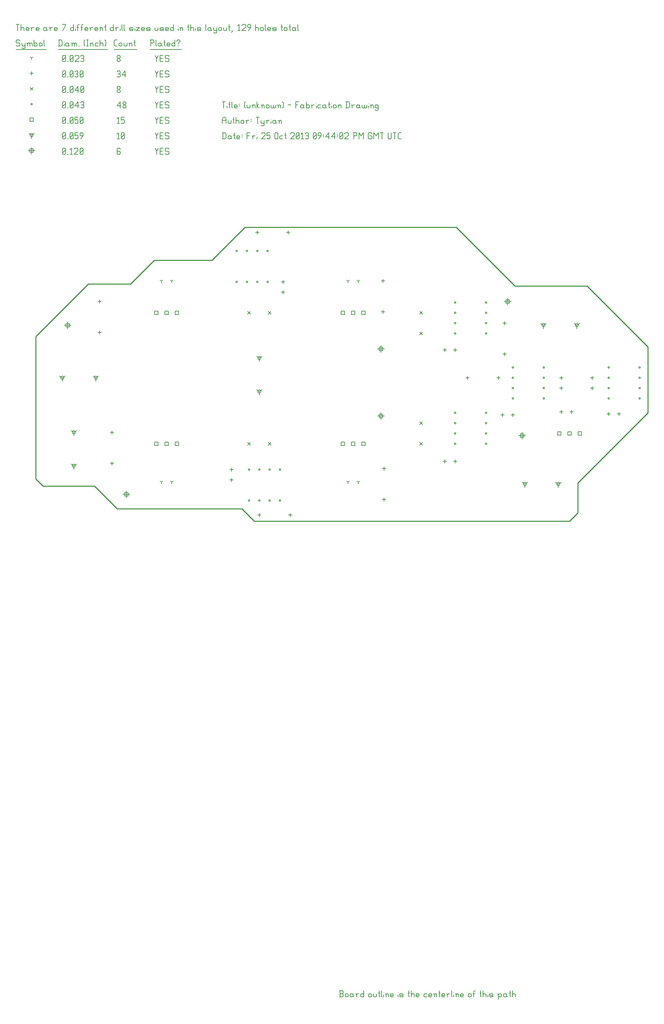
<source format=gbr>
G04 start of page 9 for group -3984 idx -3984 *
G04 Title: (unknown), fab *
G04 Creator: pcb 20110918 *
G04 CreationDate: Fri 25 Oct 2013 09:44:02 PM GMT UTC *
G04 For: tyrian *
G04 Format: Gerber/RS-274X *
G04 PCB-Dimensions: 800000 800000 *
G04 PCB-Coordinate-Origin: lower left *
%MOIN*%
%FSLAX25Y25*%
%LNFAB*%
%ADD70C,0.0100*%
%ADD69C,0.0075*%
%ADD68C,0.0060*%
%ADD67C,0.0080*%
G54D67*X354000Y622200D02*Y615800D01*
X350800Y619000D02*X357200D01*
X352400Y620600D02*X355600D01*
X352400D02*Y617400D01*
X355600D01*
Y620600D02*Y617400D01*
X354000Y557200D02*Y550800D01*
X350800Y554000D02*X357200D01*
X352400Y555600D02*X355600D01*
X352400D02*Y552400D01*
X355600D01*
Y555600D02*Y552400D01*
X477000Y668200D02*Y661800D01*
X473800Y665000D02*X480200D01*
X475400Y666600D02*X478600D01*
X475400D02*Y663400D01*
X478600D01*
Y666600D02*Y663400D01*
X491000Y538200D02*Y531800D01*
X487800Y535000D02*X494200D01*
X489400Y536600D02*X492600D01*
X489400D02*Y533400D01*
X492600D01*
Y536600D02*Y533400D01*
X50000Y645200D02*Y638800D01*
X46800Y642000D02*X53200D01*
X48400Y643600D02*X51600D01*
X48400D02*Y640400D01*
X51600D01*
Y643600D02*Y640400D01*
X107000Y481200D02*Y474800D01*
X103800Y478000D02*X110200D01*
X105400Y479600D02*X108600D01*
X105400D02*Y476400D01*
X108600D01*
Y479600D02*Y476400D01*
X15000Y814450D02*Y808050D01*
X11800Y811250D02*X18200D01*
X13400Y812850D02*X16600D01*
X13400D02*Y809650D01*
X16600D01*
Y812850D02*Y809650D01*
G54D68*X135000Y813500D02*X136500Y810500D01*
X138000Y813500D01*
X136500Y810500D02*Y807500D01*
X139800Y810800D02*X142050D01*
X139800Y807500D02*X142800D01*
X139800Y813500D02*Y807500D01*
Y813500D02*X142800D01*
X147600D02*X148350Y812750D01*
X145350Y813500D02*X147600D01*
X144600Y812750D02*X145350Y813500D01*
X144600Y812750D02*Y811250D01*
X145350Y810500D01*
X147600D01*
X148350Y809750D01*
Y808250D01*
X147600Y807500D02*X148350Y808250D01*
X145350Y807500D02*X147600D01*
X144600Y808250D02*X145350Y807500D01*
X100250Y813500D02*X101000Y812750D01*
X98750Y813500D02*X100250D01*
X98000Y812750D02*X98750Y813500D01*
X98000Y812750D02*Y808250D01*
X98750Y807500D01*
X100250Y810800D02*X101000Y810050D01*
X98000Y810800D02*X100250D01*
X98750Y807500D02*X100250D01*
X101000Y808250D01*
Y810050D02*Y808250D01*
X45000D02*X45750Y807500D01*
X45000Y812750D02*Y808250D01*
Y812750D02*X45750Y813500D01*
X47250D01*
X48000Y812750D01*
Y808250D01*
X47250Y807500D02*X48000Y808250D01*
X45750Y807500D02*X47250D01*
X45000Y809000D02*X48000Y812000D01*
X49800Y807500D02*X50550D01*
X52350Y812300D02*X53550Y813500D01*
Y807500D01*
X52350D02*X54600D01*
X56400Y812750D02*X57150Y813500D01*
X59400D01*
X60150Y812750D01*
Y811250D01*
X56400Y807500D02*X60150Y811250D01*
X56400Y807500D02*X60150D01*
X61950Y808250D02*X62700Y807500D01*
X61950Y812750D02*Y808250D01*
Y812750D02*X62700Y813500D01*
X64200D01*
X64950Y812750D01*
Y808250D01*
X64200Y807500D02*X64950Y808250D01*
X62700Y807500D02*X64200D01*
X61950Y809000D02*X64950Y812000D01*
X544142Y642000D02*Y638800D01*
Y642000D02*X546915Y643600D01*
X544142Y642000D02*X541369Y643600D01*
X542542Y642000D02*G75*G03X545742Y642000I1600J0D01*G01*
G75*G03X542542Y642000I-1600J0D01*G01*
X511661D02*Y638800D01*
Y642000D02*X514434Y643600D01*
X511661Y642000D02*X508888Y643600D01*
X510061Y642000D02*G75*G03X513261Y642000I1600J0D01*G01*
G75*G03X510061Y642000I-1600J0D01*G01*
X526142Y488000D02*Y484800D01*
Y488000D02*X528915Y489600D01*
X526142Y488000D02*X523369Y489600D01*
X524542Y488000D02*G75*G03X527742Y488000I1600J0D01*G01*
G75*G03X524542Y488000I-1600J0D01*G01*
X493661D02*Y484800D01*
Y488000D02*X496434Y489600D01*
X493661Y488000D02*X490888Y489600D01*
X492061Y488000D02*G75*G03X495261Y488000I1600J0D01*G01*
G75*G03X492061Y488000I-1600J0D01*G01*
X236000Y610142D02*Y606942D01*
Y610142D02*X238773Y611742D01*
X236000Y610142D02*X233227Y611742D01*
X234400Y610142D02*G75*G03X237600Y610142I1600J0D01*G01*
G75*G03X234400Y610142I-1600J0D01*G01*
X236000Y577661D02*Y574461D01*
Y577661D02*X238773Y579261D01*
X236000Y577661D02*X233227Y579261D01*
X234400Y577661D02*G75*G03X237600Y577661I1600J0D01*G01*
G75*G03X234400Y577661I-1600J0D01*G01*
X44858Y591000D02*Y587800D01*
Y591000D02*X47631Y592600D01*
X44858Y591000D02*X42085Y592600D01*
X43258Y591000D02*G75*G03X46458Y591000I1600J0D01*G01*
G75*G03X43258Y591000I-1600J0D01*G01*
X77339D02*Y587800D01*
Y591000D02*X80112Y592600D01*
X77339Y591000D02*X74566Y592600D01*
X75739Y591000D02*G75*G03X78939Y591000I1600J0D01*G01*
G75*G03X75739Y591000I-1600J0D01*G01*
X56000Y538142D02*Y534942D01*
Y538142D02*X58773Y539742D01*
X56000Y538142D02*X53227Y539742D01*
X54400Y538142D02*G75*G03X57600Y538142I1600J0D01*G01*
G75*G03X54400Y538142I-1600J0D01*G01*
X56000Y505661D02*Y502461D01*
Y505661D02*X58773Y507261D01*
X56000Y505661D02*X53227Y507261D01*
X54400Y505661D02*G75*G03X57600Y505661I1600J0D01*G01*
G75*G03X54400Y505661I-1600J0D01*G01*
X15000Y826250D02*Y823050D01*
Y826250D02*X17773Y827850D01*
X15000Y826250D02*X12227Y827850D01*
X13400Y826250D02*G75*G03X16600Y826250I1600J0D01*G01*
G75*G03X13400Y826250I-1600J0D01*G01*
X135000Y828500D02*X136500Y825500D01*
X138000Y828500D01*
X136500Y825500D02*Y822500D01*
X139800Y825800D02*X142050D01*
X139800Y822500D02*X142800D01*
X139800Y828500D02*Y822500D01*
Y828500D02*X142800D01*
X147600D02*X148350Y827750D01*
X145350Y828500D02*X147600D01*
X144600Y827750D02*X145350Y828500D01*
X144600Y827750D02*Y826250D01*
X145350Y825500D01*
X147600D01*
X148350Y824750D01*
Y823250D01*
X147600Y822500D02*X148350Y823250D01*
X145350Y822500D02*X147600D01*
X144600Y823250D02*X145350Y822500D01*
X98000Y827300D02*X99200Y828500D01*
Y822500D01*
X98000D02*X100250D01*
X102050Y823250D02*X102800Y822500D01*
X102050Y827750D02*Y823250D01*
Y827750D02*X102800Y828500D01*
X104300D01*
X105050Y827750D01*
Y823250D01*
X104300Y822500D02*X105050Y823250D01*
X102800Y822500D02*X104300D01*
X102050Y824000D02*X105050Y827000D01*
X45000Y823250D02*X45750Y822500D01*
X45000Y827750D02*Y823250D01*
Y827750D02*X45750Y828500D01*
X47250D01*
X48000Y827750D01*
Y823250D01*
X47250Y822500D02*X48000Y823250D01*
X45750Y822500D02*X47250D01*
X45000Y824000D02*X48000Y827000D01*
X49800Y822500D02*X50550D01*
X52350Y823250D02*X53100Y822500D01*
X52350Y827750D02*Y823250D01*
Y827750D02*X53100Y828500D01*
X54600D01*
X55350Y827750D01*
Y823250D01*
X54600Y822500D02*X55350Y823250D01*
X53100Y822500D02*X54600D01*
X52350Y824000D02*X55350Y827000D01*
X57150Y828500D02*X60150D01*
X57150D02*Y825500D01*
X57900Y826250D01*
X59400D01*
X60150Y825500D01*
Y823250D01*
X59400Y822500D02*X60150Y823250D01*
X57900Y822500D02*X59400D01*
X57150Y823250D02*X57900Y822500D01*
X62700D02*X64950Y825500D01*
Y827750D02*Y825500D01*
X64200Y828500D02*X64950Y827750D01*
X62700Y828500D02*X64200D01*
X61950Y827750D02*X62700Y828500D01*
X61950Y827750D02*Y826250D01*
X62700Y825500D01*
X64950D01*
X545400Y538600D02*X548600D01*
X545400D02*Y535400D01*
X548600D01*
Y538600D02*Y535400D01*
X535400Y538600D02*X538600D01*
X535400D02*Y535400D01*
X538600D01*
Y538600D02*Y535400D01*
X525400Y538600D02*X528600D01*
X525400D02*Y535400D01*
X528600D01*
Y538600D02*Y535400D01*
X335400Y528600D02*X338600D01*
X335400D02*Y525400D01*
X338600D01*
Y528600D02*Y525400D01*
X325400Y528600D02*X328600D01*
X325400D02*Y525400D01*
X328600D01*
Y528600D02*Y525400D01*
X315400Y528600D02*X318600D01*
X315400D02*Y525400D01*
X318600D01*
Y528600D02*Y525400D01*
X154400Y528600D02*X157600D01*
X154400D02*Y525400D01*
X157600D01*
Y528600D02*Y525400D01*
X144400Y528600D02*X147600D01*
X144400D02*Y525400D01*
X147600D01*
Y528600D02*Y525400D01*
X134400Y528600D02*X137600D01*
X134400D02*Y525400D01*
X137600D01*
Y528600D02*Y525400D01*
X154400Y655600D02*X157600D01*
X154400D02*Y652400D01*
X157600D01*
Y655600D02*Y652400D01*
X144400Y655600D02*X147600D01*
X144400D02*Y652400D01*
X147600D01*
Y655600D02*Y652400D01*
X134400Y655600D02*X137600D01*
X134400D02*Y652400D01*
X137600D01*
Y655600D02*Y652400D01*
X335400Y655600D02*X338600D01*
X335400D02*Y652400D01*
X338600D01*
Y655600D02*Y652400D01*
X325400Y655600D02*X328600D01*
X325400D02*Y652400D01*
X328600D01*
Y655600D02*Y652400D01*
X315400Y655600D02*X318600D01*
X315400D02*Y652400D01*
X318600D01*
Y655600D02*Y652400D01*
X13400Y842850D02*X16600D01*
X13400D02*Y839650D01*
X16600D01*
Y842850D02*Y839650D01*
X135000Y843500D02*X136500Y840500D01*
X138000Y843500D01*
X136500Y840500D02*Y837500D01*
X139800Y840800D02*X142050D01*
X139800Y837500D02*X142800D01*
X139800Y843500D02*Y837500D01*
Y843500D02*X142800D01*
X147600D02*X148350Y842750D01*
X145350Y843500D02*X147600D01*
X144600Y842750D02*X145350Y843500D01*
X144600Y842750D02*Y841250D01*
X145350Y840500D01*
X147600D01*
X148350Y839750D01*
Y838250D01*
X147600Y837500D02*X148350Y838250D01*
X145350Y837500D02*X147600D01*
X144600Y838250D02*X145350Y837500D01*
X98000Y842300D02*X99200Y843500D01*
Y837500D01*
X98000D02*X100250D01*
X102050Y843500D02*X105050D01*
X102050D02*Y840500D01*
X102800Y841250D01*
X104300D01*
X105050Y840500D01*
Y838250D01*
X104300Y837500D02*X105050Y838250D01*
X102800Y837500D02*X104300D01*
X102050Y838250D02*X102800Y837500D01*
X45000Y838250D02*X45750Y837500D01*
X45000Y842750D02*Y838250D01*
Y842750D02*X45750Y843500D01*
X47250D01*
X48000Y842750D01*
Y838250D01*
X47250Y837500D02*X48000Y838250D01*
X45750Y837500D02*X47250D01*
X45000Y839000D02*X48000Y842000D01*
X49800Y837500D02*X50550D01*
X52350Y838250D02*X53100Y837500D01*
X52350Y842750D02*Y838250D01*
Y842750D02*X53100Y843500D01*
X54600D01*
X55350Y842750D01*
Y838250D01*
X54600Y837500D02*X55350Y838250D01*
X53100Y837500D02*X54600D01*
X52350Y839000D02*X55350Y842000D01*
X57150Y843500D02*X60150D01*
X57150D02*Y840500D01*
X57900Y841250D01*
X59400D01*
X60150Y840500D01*
Y838250D01*
X59400Y837500D02*X60150Y838250D01*
X57900Y837500D02*X59400D01*
X57150Y838250D02*X57900Y837500D01*
X61950Y838250D02*X62700Y837500D01*
X61950Y842750D02*Y838250D01*
Y842750D02*X62700Y843500D01*
X64200D01*
X64950Y842750D01*
Y838250D01*
X64200Y837500D02*X64950Y838250D01*
X62700Y837500D02*X64200D01*
X61950Y839000D02*X64950Y842000D01*
X604200Y571000D02*G75*G03X605800Y571000I800J0D01*G01*
G75*G03X604200Y571000I-800J0D01*G01*
Y581000D02*G75*G03X605800Y581000I800J0D01*G01*
G75*G03X604200Y581000I-800J0D01*G01*
Y591000D02*G75*G03X605800Y591000I800J0D01*G01*
G75*G03X604200Y591000I-800J0D01*G01*
Y601000D02*G75*G03X605800Y601000I800J0D01*G01*
G75*G03X604200Y601000I-800J0D01*G01*
X574200D02*G75*G03X575800Y601000I800J0D01*G01*
G75*G03X574200Y601000I-800J0D01*G01*
Y591000D02*G75*G03X575800Y591000I800J0D01*G01*
G75*G03X574200Y591000I-800J0D01*G01*
Y581000D02*G75*G03X575800Y581000I800J0D01*G01*
G75*G03X574200Y581000I-800J0D01*G01*
Y571000D02*G75*G03X575800Y571000I800J0D01*G01*
G75*G03X574200Y571000I-800J0D01*G01*
X455200Y527000D02*G75*G03X456800Y527000I800J0D01*G01*
G75*G03X455200Y527000I-800J0D01*G01*
Y537000D02*G75*G03X456800Y537000I800J0D01*G01*
G75*G03X455200Y537000I-800J0D01*G01*
Y547000D02*G75*G03X456800Y547000I800J0D01*G01*
G75*G03X455200Y547000I-800J0D01*G01*
Y557000D02*G75*G03X456800Y557000I800J0D01*G01*
G75*G03X455200Y557000I-800J0D01*G01*
X425200D02*G75*G03X426800Y557000I800J0D01*G01*
G75*G03X425200Y557000I-800J0D01*G01*
Y547000D02*G75*G03X426800Y547000I800J0D01*G01*
G75*G03X425200Y547000I-800J0D01*G01*
Y537000D02*G75*G03X426800Y537000I800J0D01*G01*
G75*G03X425200Y537000I-800J0D01*G01*
Y527000D02*G75*G03X426800Y527000I800J0D01*G01*
G75*G03X425200Y527000I-800J0D01*G01*
X455200Y634000D02*G75*G03X456800Y634000I800J0D01*G01*
G75*G03X455200Y634000I-800J0D01*G01*
Y644000D02*G75*G03X456800Y644000I800J0D01*G01*
G75*G03X455200Y644000I-800J0D01*G01*
Y654000D02*G75*G03X456800Y654000I800J0D01*G01*
G75*G03X455200Y654000I-800J0D01*G01*
Y664000D02*G75*G03X456800Y664000I800J0D01*G01*
G75*G03X455200Y664000I-800J0D01*G01*
X425200D02*G75*G03X426800Y664000I800J0D01*G01*
G75*G03X425200Y664000I-800J0D01*G01*
Y654000D02*G75*G03X426800Y654000I800J0D01*G01*
G75*G03X425200Y654000I-800J0D01*G01*
Y644000D02*G75*G03X426800Y644000I800J0D01*G01*
G75*G03X425200Y644000I-800J0D01*G01*
Y634000D02*G75*G03X426800Y634000I800J0D01*G01*
G75*G03X425200Y634000I-800J0D01*G01*
X243200Y714000D02*G75*G03X244800Y714000I800J0D01*G01*
G75*G03X243200Y714000I-800J0D01*G01*
X233200D02*G75*G03X234800Y714000I800J0D01*G01*
G75*G03X233200Y714000I-800J0D01*G01*
X223200D02*G75*G03X224800Y714000I800J0D01*G01*
G75*G03X223200Y714000I-800J0D01*G01*
X213200D02*G75*G03X214800Y714000I800J0D01*G01*
G75*G03X213200Y714000I-800J0D01*G01*
Y684000D02*G75*G03X214800Y684000I800J0D01*G01*
G75*G03X213200Y684000I-800J0D01*G01*
X223200D02*G75*G03X224800Y684000I800J0D01*G01*
G75*G03X223200Y684000I-800J0D01*G01*
X233200D02*G75*G03X234800Y684000I800J0D01*G01*
G75*G03X233200Y684000I-800J0D01*G01*
X243200D02*G75*G03X244800Y684000I800J0D01*G01*
G75*G03X243200Y684000I-800J0D01*G01*
X511200Y571000D02*G75*G03X512800Y571000I800J0D01*G01*
G75*G03X511200Y571000I-800J0D01*G01*
Y581000D02*G75*G03X512800Y581000I800J0D01*G01*
G75*G03X511200Y581000I-800J0D01*G01*
Y591000D02*G75*G03X512800Y591000I800J0D01*G01*
G75*G03X511200Y591000I-800J0D01*G01*
Y601000D02*G75*G03X512800Y601000I800J0D01*G01*
G75*G03X511200Y601000I-800J0D01*G01*
X481200D02*G75*G03X482800Y601000I800J0D01*G01*
G75*G03X481200Y601000I-800J0D01*G01*
Y591000D02*G75*G03X482800Y591000I800J0D01*G01*
G75*G03X481200Y591000I-800J0D01*G01*
Y581000D02*G75*G03X482800Y581000I800J0D01*G01*
G75*G03X481200Y581000I-800J0D01*G01*
Y571000D02*G75*G03X482800Y571000I800J0D01*G01*
G75*G03X481200Y571000I-800J0D01*G01*
X225200Y472000D02*G75*G03X226800Y472000I800J0D01*G01*
G75*G03X225200Y472000I-800J0D01*G01*
X235200D02*G75*G03X236800Y472000I800J0D01*G01*
G75*G03X235200Y472000I-800J0D01*G01*
X245200D02*G75*G03X246800Y472000I800J0D01*G01*
G75*G03X245200Y472000I-800J0D01*G01*
X255200D02*G75*G03X256800Y472000I800J0D01*G01*
G75*G03X255200Y472000I-800J0D01*G01*
Y502000D02*G75*G03X256800Y502000I800J0D01*G01*
G75*G03X255200Y502000I-800J0D01*G01*
X245200D02*G75*G03X246800Y502000I800J0D01*G01*
G75*G03X245200Y502000I-800J0D01*G01*
X235200D02*G75*G03X236800Y502000I800J0D01*G01*
G75*G03X235200Y502000I-800J0D01*G01*
X225200D02*G75*G03X226800Y502000I800J0D01*G01*
G75*G03X225200Y502000I-800J0D01*G01*
X14200Y856250D02*G75*G03X15800Y856250I800J0D01*G01*
G75*G03X14200Y856250I-800J0D01*G01*
X135000Y858500D02*X136500Y855500D01*
X138000Y858500D01*
X136500Y855500D02*Y852500D01*
X139800Y855800D02*X142050D01*
X139800Y852500D02*X142800D01*
X139800Y858500D02*Y852500D01*
Y858500D02*X142800D01*
X147600D02*X148350Y857750D01*
X145350Y858500D02*X147600D01*
X144600Y857750D02*X145350Y858500D01*
X144600Y857750D02*Y856250D01*
X145350Y855500D01*
X147600D01*
X148350Y854750D01*
Y853250D01*
X147600Y852500D02*X148350Y853250D01*
X145350Y852500D02*X147600D01*
X144600Y853250D02*X145350Y852500D01*
X98000Y854750D02*X101000Y858500D01*
X98000Y854750D02*X101750D01*
X101000Y858500D02*Y852500D01*
X103550Y853250D02*X104300Y852500D01*
X103550Y854450D02*Y853250D01*
Y854450D02*X104600Y855500D01*
X105500D01*
X106550Y854450D01*
Y853250D01*
X105800Y852500D02*X106550Y853250D01*
X104300Y852500D02*X105800D01*
X103550Y856550D02*X104600Y855500D01*
X103550Y857750D02*Y856550D01*
Y857750D02*X104300Y858500D01*
X105800D01*
X106550Y857750D01*
Y856550D01*
X105500Y855500D02*X106550Y856550D01*
X45000Y853250D02*X45750Y852500D01*
X45000Y857750D02*Y853250D01*
Y857750D02*X45750Y858500D01*
X47250D01*
X48000Y857750D01*
Y853250D01*
X47250Y852500D02*X48000Y853250D01*
X45750Y852500D02*X47250D01*
X45000Y854000D02*X48000Y857000D01*
X49800Y852500D02*X50550D01*
X52350Y853250D02*X53100Y852500D01*
X52350Y857750D02*Y853250D01*
Y857750D02*X53100Y858500D01*
X54600D01*
X55350Y857750D01*
Y853250D01*
X54600Y852500D02*X55350Y853250D01*
X53100Y852500D02*X54600D01*
X52350Y854000D02*X55350Y857000D01*
X57150Y854750D02*X60150Y858500D01*
X57150Y854750D02*X60900D01*
X60150Y858500D02*Y852500D01*
X62700Y857750D02*X63450Y858500D01*
X64950D01*
X65700Y857750D01*
X64950Y852500D02*X65700Y853250D01*
X63450Y852500D02*X64950D01*
X62700Y853250D02*X63450Y852500D01*
Y855800D02*X64950D01*
X65700Y857750D02*Y856550D01*
Y855050D02*Y853250D01*
Y855050D02*X64950Y855800D01*
X65700Y856550D02*X64950Y855800D01*
X224800Y655200D02*X227200Y652800D01*
X224800D02*X227200Y655200D01*
X244800D02*X247200Y652800D01*
X244800D02*X247200Y655200D01*
X391800Y548200D02*X394200Y545800D01*
X391800D02*X394200Y548200D01*
X391800Y528200D02*X394200Y525800D01*
X391800D02*X394200Y528200D01*
X391800Y655200D02*X394200Y652800D01*
X391800D02*X394200Y655200D01*
X391800Y635200D02*X394200Y632800D01*
X391800D02*X394200Y635200D01*
X244800Y528200D02*X247200Y525800D01*
X244800D02*X247200Y528200D01*
X224800D02*X227200Y525800D01*
X224800D02*X227200Y528200D01*
X13800Y872450D02*X16200Y870050D01*
X13800D02*X16200Y872450D01*
X135000Y873500D02*X136500Y870500D01*
X138000Y873500D01*
X136500Y870500D02*Y867500D01*
X139800Y870800D02*X142050D01*
X139800Y867500D02*X142800D01*
X139800Y873500D02*Y867500D01*
Y873500D02*X142800D01*
X147600D02*X148350Y872750D01*
X145350Y873500D02*X147600D01*
X144600Y872750D02*X145350Y873500D01*
X144600Y872750D02*Y871250D01*
X145350Y870500D01*
X147600D01*
X148350Y869750D01*
Y868250D01*
X147600Y867500D02*X148350Y868250D01*
X145350Y867500D02*X147600D01*
X144600Y868250D02*X145350Y867500D01*
X98000Y868250D02*X98750Y867500D01*
X98000Y869450D02*Y868250D01*
Y869450D02*X99050Y870500D01*
X99950D01*
X101000Y869450D01*
Y868250D01*
X100250Y867500D02*X101000Y868250D01*
X98750Y867500D02*X100250D01*
X98000Y871550D02*X99050Y870500D01*
X98000Y872750D02*Y871550D01*
Y872750D02*X98750Y873500D01*
X100250D01*
X101000Y872750D01*
Y871550D01*
X99950Y870500D02*X101000Y871550D01*
X45000Y868250D02*X45750Y867500D01*
X45000Y872750D02*Y868250D01*
Y872750D02*X45750Y873500D01*
X47250D01*
X48000Y872750D01*
Y868250D01*
X47250Y867500D02*X48000Y868250D01*
X45750Y867500D02*X47250D01*
X45000Y869000D02*X48000Y872000D01*
X49800Y867500D02*X50550D01*
X52350Y868250D02*X53100Y867500D01*
X52350Y872750D02*Y868250D01*
Y872750D02*X53100Y873500D01*
X54600D01*
X55350Y872750D01*
Y868250D01*
X54600Y867500D02*X55350Y868250D01*
X53100Y867500D02*X54600D01*
X52350Y869000D02*X55350Y872000D01*
X57150Y869750D02*X60150Y873500D01*
X57150Y869750D02*X60900D01*
X60150Y873500D02*Y867500D01*
X62700Y868250D02*X63450Y867500D01*
X62700Y872750D02*Y868250D01*
Y872750D02*X63450Y873500D01*
X64950D01*
X65700Y872750D01*
Y868250D01*
X64950Y867500D02*X65700Y868250D01*
X63450Y867500D02*X64950D01*
X62700Y869000D02*X65700Y872000D01*
X356000Y686600D02*Y683400D01*
X354400Y685000D02*X357600D01*
X356000Y656600D02*Y653400D01*
X354400Y655000D02*X357600D01*
X93000Y509600D02*Y506400D01*
X91400Y508000D02*X94600D01*
X93000Y539600D02*Y536400D01*
X91400Y538000D02*X94600D01*
X81000Y666600D02*Y663400D01*
X79400Y665000D02*X82600D01*
X81000Y636600D02*Y633400D01*
X79400Y635000D02*X82600D01*
X357000Y474600D02*Y471400D01*
X355400Y473000D02*X358600D01*
X357000Y504600D02*Y501400D01*
X355400Y503000D02*X358600D01*
X259000Y675600D02*Y672400D01*
X257400Y674000D02*X260600D01*
X259000Y685600D02*Y682400D01*
X257400Y684000D02*X260600D01*
X416000Y619600D02*Y616400D01*
X414400Y618000D02*X417600D01*
X426000Y619600D02*Y616400D01*
X424400Y618000D02*X427600D01*
X416000Y511600D02*Y508400D01*
X414400Y510000D02*X417600D01*
X426000Y511600D02*Y508400D01*
X424400Y510000D02*X427600D01*
X209000Y493600D02*Y490400D01*
X207400Y492000D02*X210600D01*
X209000Y503600D02*Y500400D01*
X207400Y502000D02*X210600D01*
X438000Y592600D02*Y589400D01*
X436400Y591000D02*X439600D01*
X468000Y592600D02*Y589400D01*
X466400Y591000D02*X469600D01*
X474000Y645600D02*Y642400D01*
X472400Y644000D02*X475600D01*
X474000Y615600D02*Y612400D01*
X472400Y614000D02*X475600D01*
X234000Y733600D02*Y730400D01*
X232400Y732000D02*X235600D01*
X264000Y733600D02*Y730400D01*
X262400Y732000D02*X265600D01*
X575000Y557600D02*Y554400D01*
X573400Y556000D02*X576600D01*
X585000Y557600D02*Y554400D01*
X583400Y556000D02*X586600D01*
X482000Y556600D02*Y553400D01*
X480400Y555000D02*X483600D01*
X472000Y556600D02*Y553400D01*
X470400Y555000D02*X473600D01*
X529000Y582600D02*Y579400D01*
X527400Y581000D02*X530600D01*
X559000Y582600D02*Y579400D01*
X557400Y581000D02*X560600D01*
X529000Y592600D02*Y589400D01*
X527400Y591000D02*X530600D01*
X559000Y592600D02*Y589400D01*
X557400Y591000D02*X560600D01*
X236000Y459600D02*Y456400D01*
X234400Y458000D02*X237600D01*
X266000Y459600D02*Y456400D01*
X264400Y458000D02*X267600D01*
X539000Y559600D02*Y556400D01*
X537400Y558000D02*X540600D01*
X529000Y559600D02*Y556400D01*
X527400Y558000D02*X530600D01*
X15000Y887850D02*Y884650D01*
X13400Y886250D02*X16600D01*
X135000Y888500D02*X136500Y885500D01*
X138000Y888500D01*
X136500Y885500D02*Y882500D01*
X139800Y885800D02*X142050D01*
X139800Y882500D02*X142800D01*
X139800Y888500D02*Y882500D01*
Y888500D02*X142800D01*
X147600D02*X148350Y887750D01*
X145350Y888500D02*X147600D01*
X144600Y887750D02*X145350Y888500D01*
X144600Y887750D02*Y886250D01*
X145350Y885500D01*
X147600D01*
X148350Y884750D01*
Y883250D01*
X147600Y882500D02*X148350Y883250D01*
X145350Y882500D02*X147600D01*
X144600Y883250D02*X145350Y882500D01*
X98000Y887750D02*X98750Y888500D01*
X100250D01*
X101000Y887750D01*
X100250Y882500D02*X101000Y883250D01*
X98750Y882500D02*X100250D01*
X98000Y883250D02*X98750Y882500D01*
Y885800D02*X100250D01*
X101000Y887750D02*Y886550D01*
Y885050D02*Y883250D01*
Y885050D02*X100250Y885800D01*
X101000Y886550D02*X100250Y885800D01*
X102800Y884750D02*X105800Y888500D01*
X102800Y884750D02*X106550D01*
X105800Y888500D02*Y882500D01*
X45000Y883250D02*X45750Y882500D01*
X45000Y887750D02*Y883250D01*
Y887750D02*X45750Y888500D01*
X47250D01*
X48000Y887750D01*
Y883250D01*
X47250Y882500D02*X48000Y883250D01*
X45750Y882500D02*X47250D01*
X45000Y884000D02*X48000Y887000D01*
X49800Y882500D02*X50550D01*
X52350Y883250D02*X53100Y882500D01*
X52350Y887750D02*Y883250D01*
Y887750D02*X53100Y888500D01*
X54600D01*
X55350Y887750D01*
Y883250D01*
X54600Y882500D02*X55350Y883250D01*
X53100Y882500D02*X54600D01*
X52350Y884000D02*X55350Y887000D01*
X57150Y887750D02*X57900Y888500D01*
X59400D01*
X60150Y887750D01*
X59400Y882500D02*X60150Y883250D01*
X57900Y882500D02*X59400D01*
X57150Y883250D02*X57900Y882500D01*
Y885800D02*X59400D01*
X60150Y887750D02*Y886550D01*
Y885050D02*Y883250D01*
Y885050D02*X59400Y885800D01*
X60150Y886550D02*X59400Y885800D01*
X61950Y883250D02*X62700Y882500D01*
X61950Y887750D02*Y883250D01*
Y887750D02*X62700Y888500D01*
X64200D01*
X64950Y887750D01*
Y883250D01*
X64200Y882500D02*X64950Y883250D01*
X62700Y882500D02*X64200D01*
X61950Y884000D02*X64950Y887000D01*
X141000Y490000D02*Y488400D01*
Y490000D02*X142387Y490800D01*
X141000Y490000D02*X139613Y490800D01*
X151000Y490000D02*Y488400D01*
Y490000D02*X152387Y490800D01*
X151000Y490000D02*X149613Y490800D01*
X332000Y490000D02*Y488400D01*
Y490000D02*X333387Y490800D01*
X332000Y490000D02*X330613Y490800D01*
X322000Y490000D02*Y488400D01*
Y490000D02*X323387Y490800D01*
X322000Y490000D02*X320613Y490800D01*
X332000Y685000D02*Y683400D01*
Y685000D02*X333387Y685800D01*
X332000Y685000D02*X330613Y685800D01*
X322000Y685000D02*Y683400D01*
Y685000D02*X323387Y685800D01*
X322000Y685000D02*X320613Y685800D01*
X141000Y685000D02*Y683400D01*
Y685000D02*X142387Y685800D01*
X141000Y685000D02*X139613Y685800D01*
X151000Y685000D02*Y683400D01*
Y685000D02*X152387Y685800D01*
X151000Y685000D02*X149613Y685800D01*
X15000Y901250D02*Y899650D01*
Y901250D02*X16387Y902050D01*
X15000Y901250D02*X13613Y902050D01*
X135000Y903500D02*X136500Y900500D01*
X138000Y903500D01*
X136500Y900500D02*Y897500D01*
X139800Y900800D02*X142050D01*
X139800Y897500D02*X142800D01*
X139800Y903500D02*Y897500D01*
Y903500D02*X142800D01*
X147600D02*X148350Y902750D01*
X145350Y903500D02*X147600D01*
X144600Y902750D02*X145350Y903500D01*
X144600Y902750D02*Y901250D01*
X145350Y900500D01*
X147600D01*
X148350Y899750D01*
Y898250D01*
X147600Y897500D02*X148350Y898250D01*
X145350Y897500D02*X147600D01*
X144600Y898250D02*X145350Y897500D01*
X98000Y898250D02*X98750Y897500D01*
X98000Y899450D02*Y898250D01*
Y899450D02*X99050Y900500D01*
X99950D01*
X101000Y899450D01*
Y898250D01*
X100250Y897500D02*X101000Y898250D01*
X98750Y897500D02*X100250D01*
X98000Y901550D02*X99050Y900500D01*
X98000Y902750D02*Y901550D01*
Y902750D02*X98750Y903500D01*
X100250D01*
X101000Y902750D01*
Y901550D01*
X99950Y900500D02*X101000Y901550D01*
X45000Y898250D02*X45750Y897500D01*
X45000Y902750D02*Y898250D01*
Y902750D02*X45750Y903500D01*
X47250D01*
X48000Y902750D01*
Y898250D01*
X47250Y897500D02*X48000Y898250D01*
X45750Y897500D02*X47250D01*
X45000Y899000D02*X48000Y902000D01*
X49800Y897500D02*X50550D01*
X52350Y898250D02*X53100Y897500D01*
X52350Y902750D02*Y898250D01*
Y902750D02*X53100Y903500D01*
X54600D01*
X55350Y902750D01*
Y898250D01*
X54600Y897500D02*X55350Y898250D01*
X53100Y897500D02*X54600D01*
X52350Y899000D02*X55350Y902000D01*
X57150Y902750D02*X57900Y903500D01*
X60150D01*
X60900Y902750D01*
Y901250D01*
X57150Y897500D02*X60900Y901250D01*
X57150Y897500D02*X60900D01*
X62700Y902750D02*X63450Y903500D01*
X64950D01*
X65700Y902750D01*
X64950Y897500D02*X65700Y898250D01*
X63450Y897500D02*X64950D01*
X62700Y898250D02*X63450Y897500D01*
Y900800D02*X64950D01*
X65700Y902750D02*Y901550D01*
Y900050D02*Y898250D01*
Y900050D02*X64950Y900800D01*
X65700Y901550D02*X64950Y900800D01*
X3000Y918500D02*X3750Y917750D01*
X750Y918500D02*X3000D01*
X0Y917750D02*X750Y918500D01*
X0Y917750D02*Y916250D01*
X750Y915500D01*
X3000D01*
X3750Y914750D01*
Y913250D01*
X3000Y912500D02*X3750Y913250D01*
X750Y912500D02*X3000D01*
X0Y913250D02*X750Y912500D01*
X5550Y915500D02*Y913250D01*
X6300Y912500D01*
X8550Y915500D02*Y911000D01*
X7800Y910250D02*X8550Y911000D01*
X6300Y910250D02*X7800D01*
X5550Y911000D02*X6300Y910250D01*
Y912500D02*X7800D01*
X8550Y913250D01*
X11100Y914750D02*Y912500D01*
Y914750D02*X11850Y915500D01*
X12600D01*
X13350Y914750D01*
Y912500D01*
Y914750D02*X14100Y915500D01*
X14850D01*
X15600Y914750D01*
Y912500D01*
X10350Y915500D02*X11100Y914750D01*
X17400Y918500D02*Y912500D01*
Y913250D02*X18150Y912500D01*
X19650D01*
X20400Y913250D01*
Y914750D02*Y913250D01*
X19650Y915500D02*X20400Y914750D01*
X18150Y915500D02*X19650D01*
X17400Y914750D02*X18150Y915500D01*
X22200Y914750D02*Y913250D01*
Y914750D02*X22950Y915500D01*
X24450D01*
X25200Y914750D01*
Y913250D01*
X24450Y912500D02*X25200Y913250D01*
X22950Y912500D02*X24450D01*
X22200Y913250D02*X22950Y912500D01*
X27000Y918500D02*Y913250D01*
X27750Y912500D01*
X0Y909250D02*X29250D01*
X41750Y918500D02*Y912500D01*
X43700Y918500D02*X44750Y917450D01*
Y913550D01*
X43700Y912500D02*X44750Y913550D01*
X41000Y912500D02*X43700D01*
X41000Y918500D02*X43700D01*
G54D69*X46550Y917000D02*Y916850D01*
G54D68*Y914750D02*Y912500D01*
X50300Y915500D02*X51050Y914750D01*
X48800Y915500D02*X50300D01*
X48050Y914750D02*X48800Y915500D01*
X48050Y914750D02*Y913250D01*
X48800Y912500D01*
X51050Y915500D02*Y913250D01*
X51800Y912500D01*
X48800D02*X50300D01*
X51050Y913250D01*
X54350Y914750D02*Y912500D01*
Y914750D02*X55100Y915500D01*
X55850D01*
X56600Y914750D01*
Y912500D01*
Y914750D02*X57350Y915500D01*
X58100D01*
X58850Y914750D01*
Y912500D01*
X53600Y915500D02*X54350Y914750D01*
X60650Y912500D02*X61400D01*
X65900Y913250D02*X66650Y912500D01*
X65900Y917750D02*X66650Y918500D01*
X65900Y917750D02*Y913250D01*
X68450Y918500D02*X69950D01*
X69200D02*Y912500D01*
X68450D02*X69950D01*
X72500Y914750D02*Y912500D01*
Y914750D02*X73250Y915500D01*
X74000D01*
X74750Y914750D01*
Y912500D01*
X71750Y915500D02*X72500Y914750D01*
X77300Y915500D02*X79550D01*
X76550Y914750D02*X77300Y915500D01*
X76550Y914750D02*Y913250D01*
X77300Y912500D01*
X79550D01*
X81350Y918500D02*Y912500D01*
Y914750D02*X82100Y915500D01*
X83600D01*
X84350Y914750D01*
Y912500D01*
X86150Y918500D02*X86900Y917750D01*
Y913250D01*
X86150Y912500D02*X86900Y913250D01*
X41000Y909250D02*X88700D01*
X96050Y912500D02*X98000D01*
X95000Y913550D02*X96050Y912500D01*
X95000Y917450D02*Y913550D01*
Y917450D02*X96050Y918500D01*
X98000D01*
X99800Y914750D02*Y913250D01*
Y914750D02*X100550Y915500D01*
X102050D01*
X102800Y914750D01*
Y913250D01*
X102050Y912500D02*X102800Y913250D01*
X100550Y912500D02*X102050D01*
X99800Y913250D02*X100550Y912500D01*
X104600Y915500D02*Y913250D01*
X105350Y912500D01*
X106850D01*
X107600Y913250D01*
Y915500D02*Y913250D01*
X110150Y914750D02*Y912500D01*
Y914750D02*X110900Y915500D01*
X111650D01*
X112400Y914750D01*
Y912500D01*
X109400Y915500D02*X110150Y914750D01*
X114950Y918500D02*Y913250D01*
X115700Y912500D01*
X114200Y916250D02*X115700D01*
X95000Y909250D02*X117200D01*
X130750Y918500D02*Y912500D01*
X130000Y918500D02*X133000D01*
X133750Y917750D01*
Y916250D01*
X133000Y915500D02*X133750Y916250D01*
X130750Y915500D02*X133000D01*
X135550Y918500D02*Y913250D01*
X136300Y912500D01*
X140050Y915500D02*X140800Y914750D01*
X138550Y915500D02*X140050D01*
X137800Y914750D02*X138550Y915500D01*
X137800Y914750D02*Y913250D01*
X138550Y912500D01*
X140800Y915500D02*Y913250D01*
X141550Y912500D01*
X138550D02*X140050D01*
X140800Y913250D01*
X144100Y918500D02*Y913250D01*
X144850Y912500D01*
X143350Y916250D02*X144850D01*
X147100Y912500D02*X149350D01*
X146350Y913250D02*X147100Y912500D01*
X146350Y914750D02*Y913250D01*
Y914750D02*X147100Y915500D01*
X148600D01*
X149350Y914750D01*
X146350Y914000D02*X149350D01*
Y914750D02*Y914000D01*
X154150Y918500D02*Y912500D01*
X153400D02*X154150Y913250D01*
X151900Y912500D02*X153400D01*
X151150Y913250D02*X151900Y912500D01*
X151150Y914750D02*Y913250D01*
Y914750D02*X151900Y915500D01*
X153400D01*
X154150Y914750D01*
X157450Y915500D02*Y914750D01*
Y913250D02*Y912500D01*
X155950Y917750D02*Y917000D01*
Y917750D02*X156700Y918500D01*
X158200D01*
X158950Y917750D01*
Y917000D01*
X157450Y915500D02*X158950Y917000D01*
X130000Y909250D02*X160750D01*
X0Y933500D02*X3000D01*
X1500D02*Y927500D01*
X4800Y933500D02*Y927500D01*
Y929750D02*X5550Y930500D01*
X7050D01*
X7800Y929750D01*
Y927500D01*
X10350D02*X12600D01*
X9600Y928250D02*X10350Y927500D01*
X9600Y929750D02*Y928250D01*
Y929750D02*X10350Y930500D01*
X11850D01*
X12600Y929750D01*
X9600Y929000D02*X12600D01*
Y929750D02*Y929000D01*
X15150Y929750D02*Y927500D01*
Y929750D02*X15900Y930500D01*
X17400D01*
X14400D02*X15150Y929750D01*
X19950Y927500D02*X22200D01*
X19200Y928250D02*X19950Y927500D01*
X19200Y929750D02*Y928250D01*
Y929750D02*X19950Y930500D01*
X21450D01*
X22200Y929750D01*
X19200Y929000D02*X22200D01*
Y929750D02*Y929000D01*
X28950Y930500D02*X29700Y929750D01*
X27450Y930500D02*X28950D01*
X26700Y929750D02*X27450Y930500D01*
X26700Y929750D02*Y928250D01*
X27450Y927500D01*
X29700Y930500D02*Y928250D01*
X30450Y927500D01*
X27450D02*X28950D01*
X29700Y928250D01*
X33000Y929750D02*Y927500D01*
Y929750D02*X33750Y930500D01*
X35250D01*
X32250D02*X33000Y929750D01*
X37800Y927500D02*X40050D01*
X37050Y928250D02*X37800Y927500D01*
X37050Y929750D02*Y928250D01*
Y929750D02*X37800Y930500D01*
X39300D01*
X40050Y929750D01*
X37050Y929000D02*X40050D01*
Y929750D02*Y929000D01*
X45300Y927500D02*X48300Y933500D01*
X44550D02*X48300D01*
X55800D02*Y927500D01*
X55050D02*X55800Y928250D01*
X53550Y927500D02*X55050D01*
X52800Y928250D02*X53550Y927500D01*
X52800Y929750D02*Y928250D01*
Y929750D02*X53550Y930500D01*
X55050D01*
X55800Y929750D01*
G54D69*X57600Y932000D02*Y931850D01*
G54D68*Y929750D02*Y927500D01*
X59850Y932750D02*Y927500D01*
Y932750D02*X60600Y933500D01*
X61350D01*
X59100Y930500D02*X60600D01*
X63600Y932750D02*Y927500D01*
Y932750D02*X64350Y933500D01*
X65100D01*
X62850Y930500D02*X64350D01*
X67350Y927500D02*X69600D01*
X66600Y928250D02*X67350Y927500D01*
X66600Y929750D02*Y928250D01*
Y929750D02*X67350Y930500D01*
X68850D01*
X69600Y929750D01*
X66600Y929000D02*X69600D01*
Y929750D02*Y929000D01*
X72150Y929750D02*Y927500D01*
Y929750D02*X72900Y930500D01*
X74400D01*
X71400D02*X72150Y929750D01*
X76950Y927500D02*X79200D01*
X76200Y928250D02*X76950Y927500D01*
X76200Y929750D02*Y928250D01*
Y929750D02*X76950Y930500D01*
X78450D01*
X79200Y929750D01*
X76200Y929000D02*X79200D01*
Y929750D02*Y929000D01*
X81750Y929750D02*Y927500D01*
Y929750D02*X82500Y930500D01*
X83250D01*
X84000Y929750D01*
Y927500D01*
X81000Y930500D02*X81750Y929750D01*
X86550Y933500D02*Y928250D01*
X87300Y927500D01*
X85800Y931250D02*X87300D01*
X94500Y933500D02*Y927500D01*
X93750D02*X94500Y928250D01*
X92250Y927500D02*X93750D01*
X91500Y928250D02*X92250Y927500D01*
X91500Y929750D02*Y928250D01*
Y929750D02*X92250Y930500D01*
X93750D01*
X94500Y929750D01*
X97050D02*Y927500D01*
Y929750D02*X97800Y930500D01*
X99300D01*
X96300D02*X97050Y929750D01*
G54D69*X101100Y932000D02*Y931850D01*
G54D68*Y929750D02*Y927500D01*
X102600Y933500D02*Y928250D01*
X103350Y927500D01*
X104850Y933500D02*Y928250D01*
X105600Y927500D01*
X110550D02*X112800D01*
X113550Y928250D01*
X112800Y929000D02*X113550Y928250D01*
X110550Y929000D02*X112800D01*
X109800Y929750D02*X110550Y929000D01*
X109800Y929750D02*X110550Y930500D01*
X112800D01*
X113550Y929750D01*
X109800Y928250D02*X110550Y927500D01*
G54D69*X115350Y932000D02*Y931850D01*
G54D68*Y929750D02*Y927500D01*
X116850Y930500D02*X119850D01*
X116850Y927500D02*X119850Y930500D01*
X116850Y927500D02*X119850D01*
X122400D02*X124650D01*
X121650Y928250D02*X122400Y927500D01*
X121650Y929750D02*Y928250D01*
Y929750D02*X122400Y930500D01*
X123900D01*
X124650Y929750D01*
X121650Y929000D02*X124650D01*
Y929750D02*Y929000D01*
X127200Y927500D02*X129450D01*
X130200Y928250D01*
X129450Y929000D02*X130200Y928250D01*
X127200Y929000D02*X129450D01*
X126450Y929750D02*X127200Y929000D01*
X126450Y929750D02*X127200Y930500D01*
X129450D01*
X130200Y929750D01*
X126450Y928250D02*X127200Y927500D01*
X134700Y930500D02*Y928250D01*
X135450Y927500D01*
X136950D01*
X137700Y928250D01*
Y930500D02*Y928250D01*
X140250Y927500D02*X142500D01*
X143250Y928250D01*
X142500Y929000D02*X143250Y928250D01*
X140250Y929000D02*X142500D01*
X139500Y929750D02*X140250Y929000D01*
X139500Y929750D02*X140250Y930500D01*
X142500D01*
X143250Y929750D01*
X139500Y928250D02*X140250Y927500D01*
X145800D02*X148050D01*
X145050Y928250D02*X145800Y927500D01*
X145050Y929750D02*Y928250D01*
Y929750D02*X145800Y930500D01*
X147300D01*
X148050Y929750D01*
X145050Y929000D02*X148050D01*
Y929750D02*Y929000D01*
X152850Y933500D02*Y927500D01*
X152100D02*X152850Y928250D01*
X150600Y927500D02*X152100D01*
X149850Y928250D02*X150600Y927500D01*
X149850Y929750D02*Y928250D01*
Y929750D02*X150600Y930500D01*
X152100D01*
X152850Y929750D01*
G54D69*X157350Y932000D02*Y931850D01*
G54D68*Y929750D02*Y927500D01*
X159600Y929750D02*Y927500D01*
Y929750D02*X160350Y930500D01*
X161100D01*
X161850Y929750D01*
Y927500D01*
X158850Y930500D02*X159600Y929750D01*
X167100Y933500D02*Y928250D01*
X167850Y927500D01*
X166350Y931250D02*X167850D01*
X169350Y933500D02*Y927500D01*
Y929750D02*X170100Y930500D01*
X171600D01*
X172350Y929750D01*
Y927500D01*
G54D69*X174150Y932000D02*Y931850D01*
G54D68*Y929750D02*Y927500D01*
X176400D02*X178650D01*
X179400Y928250D01*
X178650Y929000D02*X179400Y928250D01*
X176400Y929000D02*X178650D01*
X175650Y929750D02*X176400Y929000D01*
X175650Y929750D02*X176400Y930500D01*
X178650D01*
X179400Y929750D01*
X175650Y928250D02*X176400Y927500D01*
X183900Y933500D02*Y928250D01*
X184650Y927500D01*
X188400Y930500D02*X189150Y929750D01*
X186900Y930500D02*X188400D01*
X186150Y929750D02*X186900Y930500D01*
X186150Y929750D02*Y928250D01*
X186900Y927500D01*
X189150Y930500D02*Y928250D01*
X189900Y927500D01*
X186900D02*X188400D01*
X189150Y928250D01*
X191700Y930500D02*Y928250D01*
X192450Y927500D01*
X194700Y930500D02*Y926000D01*
X193950Y925250D02*X194700Y926000D01*
X192450Y925250D02*X193950D01*
X191700Y926000D02*X192450Y925250D01*
Y927500D02*X193950D01*
X194700Y928250D01*
X196500Y929750D02*Y928250D01*
Y929750D02*X197250Y930500D01*
X198750D01*
X199500Y929750D01*
Y928250D01*
X198750Y927500D02*X199500Y928250D01*
X197250Y927500D02*X198750D01*
X196500Y928250D02*X197250Y927500D01*
X201300Y930500D02*Y928250D01*
X202050Y927500D01*
X203550D01*
X204300Y928250D01*
Y930500D02*Y928250D01*
X206850Y933500D02*Y928250D01*
X207600Y927500D01*
X206100Y931250D02*X207600D01*
X209100Y926000D02*X210600Y927500D01*
X215100Y932300D02*X216300Y933500D01*
Y927500D01*
X215100D02*X217350D01*
X219150Y932750D02*X219900Y933500D01*
X222150D01*
X222900Y932750D01*
Y931250D01*
X219150Y927500D02*X222900Y931250D01*
X219150Y927500D02*X222900D01*
X225450D02*X227700Y930500D01*
Y932750D02*Y930500D01*
X226950Y933500D02*X227700Y932750D01*
X225450Y933500D02*X226950D01*
X224700Y932750D02*X225450Y933500D01*
X224700Y932750D02*Y931250D01*
X225450Y930500D01*
X227700D01*
X232200Y933500D02*Y927500D01*
Y929750D02*X232950Y930500D01*
X234450D01*
X235200Y929750D01*
Y927500D01*
X237000Y929750D02*Y928250D01*
Y929750D02*X237750Y930500D01*
X239250D01*
X240000Y929750D01*
Y928250D01*
X239250Y927500D02*X240000Y928250D01*
X237750Y927500D02*X239250D01*
X237000Y928250D02*X237750Y927500D01*
X241800Y933500D02*Y928250D01*
X242550Y927500D01*
X244800D02*X247050D01*
X244050Y928250D02*X244800Y927500D01*
X244050Y929750D02*Y928250D01*
Y929750D02*X244800Y930500D01*
X246300D01*
X247050Y929750D01*
X244050Y929000D02*X247050D01*
Y929750D02*Y929000D01*
X249600Y927500D02*X251850D01*
X252600Y928250D01*
X251850Y929000D02*X252600Y928250D01*
X249600Y929000D02*X251850D01*
X248850Y929750D02*X249600Y929000D01*
X248850Y929750D02*X249600Y930500D01*
X251850D01*
X252600Y929750D01*
X248850Y928250D02*X249600Y927500D01*
X257850Y933500D02*Y928250D01*
X258600Y927500D01*
X257100Y931250D02*X258600D01*
X260100Y929750D02*Y928250D01*
Y929750D02*X260850Y930500D01*
X262350D01*
X263100Y929750D01*
Y928250D01*
X262350Y927500D02*X263100Y928250D01*
X260850Y927500D02*X262350D01*
X260100Y928250D02*X260850Y927500D01*
X265650Y933500D02*Y928250D01*
X266400Y927500D01*
X264900Y931250D02*X266400D01*
X270150Y930500D02*X270900Y929750D01*
X268650Y930500D02*X270150D01*
X267900Y929750D02*X268650Y930500D01*
X267900Y929750D02*Y928250D01*
X268650Y927500D01*
X270900Y930500D02*Y928250D01*
X271650Y927500D01*
X268650D02*X270150D01*
X270900Y928250D01*
X273450Y933500D02*Y928250D01*
X274200Y927500D01*
G54D70*X26000Y486000D02*X76000D01*
X98000Y464000D01*
X219000D01*
X231000Y452000D01*
X537000D01*
X545000Y460000D01*
Y489000D01*
X613000Y557000D01*
Y621000D01*
X269000Y737000D02*X222000D01*
X190000Y705000D01*
X134000D01*
X111000Y682000D01*
X70000D01*
X269000Y737000D02*X427000D01*
X476000Y688000D01*
X613000Y621000D02*X554000Y680000D01*
X484000D01*
X476000Y688000D01*
X26000Y486000D02*X19000Y493000D01*
Y631000D01*
X70000Y682000D02*X19000Y631000D01*
G54D68*X313675Y-9500D02*X316675D01*
X317425Y-8750D01*
Y-6950D02*Y-8750D01*
X316675Y-6200D02*X317425Y-6950D01*
X314425Y-6200D02*X316675D01*
X314425Y-3500D02*Y-9500D01*
X313675Y-3500D02*X316675D01*
X317425Y-4250D01*
Y-5450D01*
X316675Y-6200D02*X317425Y-5450D01*
X319225Y-7250D02*Y-8750D01*
Y-7250D02*X319975Y-6500D01*
X321475D01*
X322225Y-7250D01*
Y-8750D01*
X321475Y-9500D02*X322225Y-8750D01*
X319975Y-9500D02*X321475D01*
X319225Y-8750D02*X319975Y-9500D01*
X326275Y-6500D02*X327025Y-7250D01*
X324775Y-6500D02*X326275D01*
X324025Y-7250D02*X324775Y-6500D01*
X324025Y-7250D02*Y-8750D01*
X324775Y-9500D01*
X327025Y-6500D02*Y-8750D01*
X327775Y-9500D01*
X324775D02*X326275D01*
X327025Y-8750D01*
X330325Y-7250D02*Y-9500D01*
Y-7250D02*X331075Y-6500D01*
X332575D01*
X329575D02*X330325Y-7250D01*
X337375Y-3500D02*Y-9500D01*
X336625D02*X337375Y-8750D01*
X335125Y-9500D02*X336625D01*
X334375Y-8750D02*X335125Y-9500D01*
X334375Y-7250D02*Y-8750D01*
Y-7250D02*X335125Y-6500D01*
X336625D01*
X337375Y-7250D01*
X341875D02*Y-8750D01*
Y-7250D02*X342625Y-6500D01*
X344125D01*
X344875Y-7250D01*
Y-8750D01*
X344125Y-9500D02*X344875Y-8750D01*
X342625Y-9500D02*X344125D01*
X341875Y-8750D02*X342625Y-9500D01*
X346675Y-6500D02*Y-8750D01*
X347425Y-9500D01*
X348925D01*
X349675Y-8750D01*
Y-6500D02*Y-8750D01*
X352225Y-3500D02*Y-8750D01*
X352975Y-9500D01*
X351475Y-5750D02*X352975D01*
X354475Y-3500D02*Y-8750D01*
X355225Y-9500D01*
G54D69*X356725Y-5000D02*Y-5150D01*
G54D68*Y-7250D02*Y-9500D01*
X358975Y-7250D02*Y-9500D01*
Y-7250D02*X359725Y-6500D01*
X360475D01*
X361225Y-7250D01*
Y-9500D01*
X358225Y-6500D02*X358975Y-7250D01*
X363775Y-9500D02*X366025D01*
X363025Y-8750D02*X363775Y-9500D01*
X363025Y-7250D02*Y-8750D01*
Y-7250D02*X363775Y-6500D01*
X365275D01*
X366025Y-7250D01*
X363025Y-8000D02*X366025D01*
Y-7250D02*Y-8000D01*
G54D69*X370525Y-5000D02*Y-5150D01*
G54D68*Y-7250D02*Y-9500D01*
X372775D02*X375025D01*
X375775Y-8750D01*
X375025Y-8000D02*X375775Y-8750D01*
X372775Y-8000D02*X375025D01*
X372025Y-7250D02*X372775Y-8000D01*
X372025Y-7250D02*X372775Y-6500D01*
X375025D01*
X375775Y-7250D01*
X372025Y-8750D02*X372775Y-9500D01*
X381025Y-3500D02*Y-8750D01*
X381775Y-9500D01*
X380275Y-5750D02*X381775D01*
X383275Y-3500D02*Y-9500D01*
Y-7250D02*X384025Y-6500D01*
X385525D01*
X386275Y-7250D01*
Y-9500D01*
X388825D02*X391075D01*
X388075Y-8750D02*X388825Y-9500D01*
X388075Y-7250D02*Y-8750D01*
Y-7250D02*X388825Y-6500D01*
X390325D01*
X391075Y-7250D01*
X388075Y-8000D02*X391075D01*
Y-7250D02*Y-8000D01*
X396325Y-6500D02*X398575D01*
X395575Y-7250D02*X396325Y-6500D01*
X395575Y-7250D02*Y-8750D01*
X396325Y-9500D01*
X398575D01*
X401125D02*X403375D01*
X400375Y-8750D02*X401125Y-9500D01*
X400375Y-7250D02*Y-8750D01*
Y-7250D02*X401125Y-6500D01*
X402625D01*
X403375Y-7250D01*
X400375Y-8000D02*X403375D01*
Y-7250D02*Y-8000D01*
X405925Y-7250D02*Y-9500D01*
Y-7250D02*X406675Y-6500D01*
X407425D01*
X408175Y-7250D01*
Y-9500D01*
X405175Y-6500D02*X405925Y-7250D01*
X410725Y-3500D02*Y-8750D01*
X411475Y-9500D01*
X409975Y-5750D02*X411475D01*
X413725Y-9500D02*X415975D01*
X412975Y-8750D02*X413725Y-9500D01*
X412975Y-7250D02*Y-8750D01*
Y-7250D02*X413725Y-6500D01*
X415225D01*
X415975Y-7250D01*
X412975Y-8000D02*X415975D01*
Y-7250D02*Y-8000D01*
X418525Y-7250D02*Y-9500D01*
Y-7250D02*X419275Y-6500D01*
X420775D01*
X417775D02*X418525Y-7250D01*
X422575Y-3500D02*Y-8750D01*
X423325Y-9500D01*
G54D69*X424825Y-5000D02*Y-5150D01*
G54D68*Y-7250D02*Y-9500D01*
X427075Y-7250D02*Y-9500D01*
Y-7250D02*X427825Y-6500D01*
X428575D01*
X429325Y-7250D01*
Y-9500D01*
X426325Y-6500D02*X427075Y-7250D01*
X431875Y-9500D02*X434125D01*
X431125Y-8750D02*X431875Y-9500D01*
X431125Y-7250D02*Y-8750D01*
Y-7250D02*X431875Y-6500D01*
X433375D01*
X434125Y-7250D01*
X431125Y-8000D02*X434125D01*
Y-7250D02*Y-8000D01*
X438625Y-7250D02*Y-8750D01*
Y-7250D02*X439375Y-6500D01*
X440875D01*
X441625Y-7250D01*
Y-8750D01*
X440875Y-9500D02*X441625Y-8750D01*
X439375Y-9500D02*X440875D01*
X438625Y-8750D02*X439375Y-9500D01*
X444175Y-4250D02*Y-9500D01*
Y-4250D02*X444925Y-3500D01*
X445675D01*
X443425Y-6500D02*X444925D01*
X450625Y-3500D02*Y-8750D01*
X451375Y-9500D01*
X449875Y-5750D02*X451375D01*
X452875Y-3500D02*Y-9500D01*
Y-7250D02*X453625Y-6500D01*
X455125D01*
X455875Y-7250D01*
Y-9500D01*
G54D69*X457675Y-5000D02*Y-5150D01*
G54D68*Y-7250D02*Y-9500D01*
X459925D02*X462175D01*
X462925Y-8750D01*
X462175Y-8000D02*X462925Y-8750D01*
X459925Y-8000D02*X462175D01*
X459175Y-7250D02*X459925Y-8000D01*
X459175Y-7250D02*X459925Y-6500D01*
X462175D01*
X462925Y-7250D01*
X459175Y-8750D02*X459925Y-9500D01*
X468175Y-7250D02*Y-11750D01*
X467425Y-6500D02*X468175Y-7250D01*
X468925Y-6500D01*
X470425D01*
X471175Y-7250D01*
Y-8750D01*
X470425Y-9500D02*X471175Y-8750D01*
X468925Y-9500D02*X470425D01*
X468175Y-8750D02*X468925Y-9500D01*
X475225Y-6500D02*X475975Y-7250D01*
X473725Y-6500D02*X475225D01*
X472975Y-7250D02*X473725Y-6500D01*
X472975Y-7250D02*Y-8750D01*
X473725Y-9500D01*
X475975Y-6500D02*Y-8750D01*
X476725Y-9500D01*
X473725D02*X475225D01*
X475975Y-8750D01*
X479275Y-3500D02*Y-8750D01*
X480025Y-9500D01*
X478525Y-5750D02*X480025D01*
X481525Y-3500D02*Y-9500D01*
Y-7250D02*X482275Y-6500D01*
X483775D01*
X484525Y-7250D01*
Y-9500D01*
X200750Y828500D02*Y822500D01*
X202700Y828500D02*X203750Y827450D01*
Y823550D01*
X202700Y822500D02*X203750Y823550D01*
X200000Y822500D02*X202700D01*
X200000Y828500D02*X202700D01*
X207800Y825500D02*X208550Y824750D01*
X206300Y825500D02*X207800D01*
X205550Y824750D02*X206300Y825500D01*
X205550Y824750D02*Y823250D01*
X206300Y822500D01*
X208550Y825500D02*Y823250D01*
X209300Y822500D01*
X206300D02*X207800D01*
X208550Y823250D01*
X211850Y828500D02*Y823250D01*
X212600Y822500D01*
X211100Y826250D02*X212600D01*
X214850Y822500D02*X217100D01*
X214100Y823250D02*X214850Y822500D01*
X214100Y824750D02*Y823250D01*
Y824750D02*X214850Y825500D01*
X216350D01*
X217100Y824750D01*
X214100Y824000D02*X217100D01*
Y824750D02*Y824000D01*
X218900Y826250D02*X219650D01*
X218900Y824750D02*X219650D01*
X224150Y828500D02*Y822500D01*
Y828500D02*X227150D01*
X224150Y825800D02*X226400D01*
X229700Y824750D02*Y822500D01*
Y824750D02*X230450Y825500D01*
X231950D01*
X228950D02*X229700Y824750D01*
G54D69*X233750Y827000D02*Y826850D01*
G54D68*Y824750D02*Y822500D01*
X237950Y827750D02*X238700Y828500D01*
X240950D01*
X241700Y827750D01*
Y826250D01*
X237950Y822500D02*X241700Y826250D01*
X237950Y822500D02*X241700D01*
X243500Y828500D02*X246500D01*
X243500D02*Y825500D01*
X244250Y826250D01*
X245750D01*
X246500Y825500D01*
Y823250D01*
X245750Y822500D02*X246500Y823250D01*
X244250Y822500D02*X245750D01*
X243500Y823250D02*X244250Y822500D01*
X251000Y827750D02*Y823250D01*
Y827750D02*X251750Y828500D01*
X253250D01*
X254000Y827750D01*
Y823250D01*
X253250Y822500D02*X254000Y823250D01*
X251750Y822500D02*X253250D01*
X251000Y823250D02*X251750Y822500D01*
X256550Y825500D02*X258800D01*
X255800Y824750D02*X256550Y825500D01*
X255800Y824750D02*Y823250D01*
X256550Y822500D01*
X258800D01*
X261350Y828500D02*Y823250D01*
X262100Y822500D01*
X260600Y826250D02*X262100D01*
X266300Y827750D02*X267050Y828500D01*
X269300D01*
X270050Y827750D01*
Y826250D01*
X266300Y822500D02*X270050Y826250D01*
X266300Y822500D02*X270050D01*
X271850Y823250D02*X272600Y822500D01*
X271850Y827750D02*Y823250D01*
Y827750D02*X272600Y828500D01*
X274100D01*
X274850Y827750D01*
Y823250D01*
X274100Y822500D02*X274850Y823250D01*
X272600Y822500D02*X274100D01*
X271850Y824000D02*X274850Y827000D01*
X276650Y827300D02*X277850Y828500D01*
Y822500D01*
X276650D02*X278900D01*
X280700Y827750D02*X281450Y828500D01*
X282950D01*
X283700Y827750D01*
X282950Y822500D02*X283700Y823250D01*
X281450Y822500D02*X282950D01*
X280700Y823250D02*X281450Y822500D01*
Y825800D02*X282950D01*
X283700Y827750D02*Y826550D01*
Y825050D02*Y823250D01*
Y825050D02*X282950Y825800D01*
X283700Y826550D02*X282950Y825800D01*
X288200Y823250D02*X288950Y822500D01*
X288200Y827750D02*Y823250D01*
Y827750D02*X288950Y828500D01*
X290450D01*
X291200Y827750D01*
Y823250D01*
X290450Y822500D02*X291200Y823250D01*
X288950Y822500D02*X290450D01*
X288200Y824000D02*X291200Y827000D01*
X293750Y822500D02*X296000Y825500D01*
Y827750D02*Y825500D01*
X295250Y828500D02*X296000Y827750D01*
X293750Y828500D02*X295250D01*
X293000Y827750D02*X293750Y828500D01*
X293000Y827750D02*Y826250D01*
X293750Y825500D01*
X296000D01*
X297800Y826250D02*X298550D01*
X297800Y824750D02*X298550D01*
X300350D02*X303350Y828500D01*
X300350Y824750D02*X304100D01*
X303350Y828500D02*Y822500D01*
X305900Y824750D02*X308900Y828500D01*
X305900Y824750D02*X309650D01*
X308900Y828500D02*Y822500D01*
X311450Y826250D02*X312200D01*
X311450Y824750D02*X312200D01*
X314000Y823250D02*X314750Y822500D01*
X314000Y827750D02*Y823250D01*
Y827750D02*X314750Y828500D01*
X316250D01*
X317000Y827750D01*
Y823250D01*
X316250Y822500D02*X317000Y823250D01*
X314750Y822500D02*X316250D01*
X314000Y824000D02*X317000Y827000D01*
X318800Y827750D02*X319550Y828500D01*
X321800D01*
X322550Y827750D01*
Y826250D01*
X318800Y822500D02*X322550Y826250D01*
X318800Y822500D02*X322550D01*
X327800Y828500D02*Y822500D01*
X327050Y828500D02*X330050D01*
X330800Y827750D01*
Y826250D01*
X330050Y825500D02*X330800Y826250D01*
X327800Y825500D02*X330050D01*
X332600Y828500D02*Y822500D01*
Y828500D02*X334850Y825500D01*
X337100Y828500D01*
Y822500D01*
X344600Y828500D02*X345350Y827750D01*
X342350Y828500D02*X344600D01*
X341600Y827750D02*X342350Y828500D01*
X341600Y827750D02*Y823250D01*
X342350Y822500D01*
X344600D01*
X345350Y823250D01*
Y824750D02*Y823250D01*
X344600Y825500D02*X345350Y824750D01*
X343100Y825500D02*X344600D01*
X347150Y828500D02*Y822500D01*
Y828500D02*X349400Y825500D01*
X351650Y828500D01*
Y822500D01*
X353450Y828500D02*X356450D01*
X354950D02*Y822500D01*
X360950Y828500D02*Y823250D01*
X361700Y822500D01*
X363200D01*
X363950Y823250D01*
Y828500D02*Y823250D01*
X365750Y828500D02*X368750D01*
X367250D02*Y822500D01*
X371600D02*X373550D01*
X370550Y823550D02*X371600Y822500D01*
X370550Y827450D02*Y823550D01*
Y827450D02*X371600Y828500D01*
X373550D01*
X200000Y842000D02*Y837500D01*
Y842000D02*X201050Y843500D01*
X202700D01*
X203750Y842000D01*
Y837500D01*
X200000Y840500D02*X203750D01*
X205550D02*Y838250D01*
X206300Y837500D01*
X207800D01*
X208550Y838250D01*
Y840500D02*Y838250D01*
X211100Y843500D02*Y838250D01*
X211850Y837500D01*
X210350Y841250D02*X211850D01*
X213350Y843500D02*Y837500D01*
Y839750D02*X214100Y840500D01*
X215600D01*
X216350Y839750D01*
Y837500D01*
X218150Y839750D02*Y838250D01*
Y839750D02*X218900Y840500D01*
X220400D01*
X221150Y839750D01*
Y838250D01*
X220400Y837500D02*X221150Y838250D01*
X218900Y837500D02*X220400D01*
X218150Y838250D02*X218900Y837500D01*
X223700Y839750D02*Y837500D01*
Y839750D02*X224450Y840500D01*
X225950D01*
X222950D02*X223700Y839750D01*
X227750Y841250D02*X228500D01*
X227750Y839750D02*X228500D01*
X233000Y843500D02*X236000D01*
X234500D02*Y837500D01*
X237800Y840500D02*Y838250D01*
X238550Y837500D01*
X240800Y840500D02*Y836000D01*
X240050Y835250D02*X240800Y836000D01*
X238550Y835250D02*X240050D01*
X237800Y836000D02*X238550Y835250D01*
Y837500D02*X240050D01*
X240800Y838250D01*
X243350Y839750D02*Y837500D01*
Y839750D02*X244100Y840500D01*
X245600D01*
X242600D02*X243350Y839750D01*
G54D69*X247400Y842000D02*Y841850D01*
G54D68*Y839750D02*Y837500D01*
X251150Y840500D02*X251900Y839750D01*
X249650Y840500D02*X251150D01*
X248900Y839750D02*X249650Y840500D01*
X248900Y839750D02*Y838250D01*
X249650Y837500D01*
X251900Y840500D02*Y838250D01*
X252650Y837500D01*
X249650D02*X251150D01*
X251900Y838250D01*
X255200Y839750D02*Y837500D01*
Y839750D02*X255950Y840500D01*
X256700D01*
X257450Y839750D01*
Y837500D01*
X254450Y840500D02*X255200Y839750D01*
X200000Y858500D02*X203000D01*
X201500D02*Y852500D01*
G54D69*X204800Y857000D02*Y856850D01*
G54D68*Y854750D02*Y852500D01*
X207050Y858500D02*Y853250D01*
X207800Y852500D01*
X206300Y856250D02*X207800D01*
X209300Y858500D02*Y853250D01*
X210050Y852500D01*
X212300D02*X214550D01*
X211550Y853250D02*X212300Y852500D01*
X211550Y854750D02*Y853250D01*
Y854750D02*X212300Y855500D01*
X213800D01*
X214550Y854750D01*
X211550Y854000D02*X214550D01*
Y854750D02*Y854000D01*
X216350Y856250D02*X217100D01*
X216350Y854750D02*X217100D01*
X221600Y853250D02*X222350Y852500D01*
X221600Y857750D02*X222350Y858500D01*
X221600Y857750D02*Y853250D01*
X224150Y855500D02*Y853250D01*
X224900Y852500D01*
X226400D01*
X227150Y853250D01*
Y855500D02*Y853250D01*
X229700Y854750D02*Y852500D01*
Y854750D02*X230450Y855500D01*
X231200D01*
X231950Y854750D01*
Y852500D01*
X228950Y855500D02*X229700Y854750D01*
X233750Y858500D02*Y852500D01*
Y854750D02*X236000Y852500D01*
X233750Y854750D02*X235250Y856250D01*
X238550Y854750D02*Y852500D01*
Y854750D02*X239300Y855500D01*
X240050D01*
X240800Y854750D01*
Y852500D01*
X237800Y855500D02*X238550Y854750D01*
X242600D02*Y853250D01*
Y854750D02*X243350Y855500D01*
X244850D01*
X245600Y854750D01*
Y853250D01*
X244850Y852500D02*X245600Y853250D01*
X243350Y852500D02*X244850D01*
X242600Y853250D02*X243350Y852500D01*
X247400Y855500D02*Y853250D01*
X248150Y852500D01*
X248900D01*
X249650Y853250D01*
Y855500D02*Y853250D01*
X250400Y852500D01*
X251150D01*
X251900Y853250D01*
Y855500D02*Y853250D01*
X254450Y854750D02*Y852500D01*
Y854750D02*X255200Y855500D01*
X255950D01*
X256700Y854750D01*
Y852500D01*
X253700Y855500D02*X254450Y854750D01*
X258500Y858500D02*X259250Y857750D01*
Y853250D01*
X258500Y852500D02*X259250Y853250D01*
X263750Y855500D02*X266750D01*
X271250Y858500D02*Y852500D01*
Y858500D02*X274250D01*
X271250Y855800D02*X273500D01*
X278300Y855500D02*X279050Y854750D01*
X276800Y855500D02*X278300D01*
X276050Y854750D02*X276800Y855500D01*
X276050Y854750D02*Y853250D01*
X276800Y852500D01*
X279050Y855500D02*Y853250D01*
X279800Y852500D01*
X276800D02*X278300D01*
X279050Y853250D01*
X281600Y858500D02*Y852500D01*
Y853250D02*X282350Y852500D01*
X283850D01*
X284600Y853250D01*
Y854750D02*Y853250D01*
X283850Y855500D02*X284600Y854750D01*
X282350Y855500D02*X283850D01*
X281600Y854750D02*X282350Y855500D01*
X287150Y854750D02*Y852500D01*
Y854750D02*X287900Y855500D01*
X289400D01*
X286400D02*X287150Y854750D01*
G54D69*X291200Y857000D02*Y856850D01*
G54D68*Y854750D02*Y852500D01*
X293450Y855500D02*X295700D01*
X292700Y854750D02*X293450Y855500D01*
X292700Y854750D02*Y853250D01*
X293450Y852500D01*
X295700D01*
X299750Y855500D02*X300500Y854750D01*
X298250Y855500D02*X299750D01*
X297500Y854750D02*X298250Y855500D01*
X297500Y854750D02*Y853250D01*
X298250Y852500D01*
X300500Y855500D02*Y853250D01*
X301250Y852500D01*
X298250D02*X299750D01*
X300500Y853250D01*
X303800Y858500D02*Y853250D01*
X304550Y852500D01*
X303050Y856250D02*X304550D01*
G54D69*X306050Y857000D02*Y856850D01*
G54D68*Y854750D02*Y852500D01*
X307550Y854750D02*Y853250D01*
Y854750D02*X308300Y855500D01*
X309800D01*
X310550Y854750D01*
Y853250D01*
X309800Y852500D02*X310550Y853250D01*
X308300Y852500D02*X309800D01*
X307550Y853250D02*X308300Y852500D01*
X313100Y854750D02*Y852500D01*
Y854750D02*X313850Y855500D01*
X314600D01*
X315350Y854750D01*
Y852500D01*
X312350Y855500D02*X313100Y854750D01*
X320600Y858500D02*Y852500D01*
X322550Y858500D02*X323600Y857450D01*
Y853550D01*
X322550Y852500D02*X323600Y853550D01*
X319850Y852500D02*X322550D01*
X319850Y858500D02*X322550D01*
X326150Y854750D02*Y852500D01*
Y854750D02*X326900Y855500D01*
X328400D01*
X325400D02*X326150Y854750D01*
X332450Y855500D02*X333200Y854750D01*
X330950Y855500D02*X332450D01*
X330200Y854750D02*X330950Y855500D01*
X330200Y854750D02*Y853250D01*
X330950Y852500D01*
X333200Y855500D02*Y853250D01*
X333950Y852500D01*
X330950D02*X332450D01*
X333200Y853250D01*
X335750Y855500D02*Y853250D01*
X336500Y852500D01*
X337250D01*
X338000Y853250D01*
Y855500D02*Y853250D01*
X338750Y852500D01*
X339500D01*
X340250Y853250D01*
Y855500D02*Y853250D01*
G54D69*X342050Y857000D02*Y856850D01*
G54D68*Y854750D02*Y852500D01*
X344300Y854750D02*Y852500D01*
Y854750D02*X345050Y855500D01*
X345800D01*
X346550Y854750D01*
Y852500D01*
X343550Y855500D02*X344300Y854750D01*
X350600Y855500D02*X351350Y854750D01*
X349100Y855500D02*X350600D01*
X348350Y854750D02*X349100Y855500D01*
X348350Y854750D02*Y853250D01*
X349100Y852500D01*
X350600D01*
X351350Y853250D01*
X348350Y851000D02*X349100Y850250D01*
X350600D01*
X351350Y851000D01*
Y855500D02*Y851000D01*
M02*

</source>
